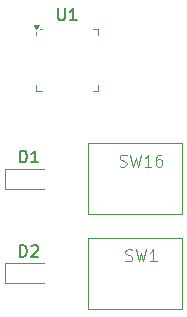
<source format=gbr>
%TF.GenerationSoftware,KiCad,Pcbnew,8.0.0*%
%TF.CreationDate,2024-03-06T12:54:27+05:00*%
%TF.ProjectId,keeb,6b656562-2e6b-4696-9361-645f70636258,rev?*%
%TF.SameCoordinates,Original*%
%TF.FileFunction,Legend,Top*%
%TF.FilePolarity,Positive*%
%FSLAX46Y46*%
G04 Gerber Fmt 4.6, Leading zero omitted, Abs format (unit mm)*
G04 Created by KiCad (PCBNEW 8.0.0) date 2024-03-06 12:54:27*
%MOMM*%
%LPD*%
G01*
G04 APERTURE LIST*
%ADD10C,0.100000*%
%ADD11C,0.150000*%
%ADD12C,0.120000*%
G04 APERTURE END LIST*
D10*
X167690476Y-63909800D02*
X167833333Y-63957419D01*
X167833333Y-63957419D02*
X168071428Y-63957419D01*
X168071428Y-63957419D02*
X168166666Y-63909800D01*
X168166666Y-63909800D02*
X168214285Y-63862180D01*
X168214285Y-63862180D02*
X168261904Y-63766942D01*
X168261904Y-63766942D02*
X168261904Y-63671704D01*
X168261904Y-63671704D02*
X168214285Y-63576466D01*
X168214285Y-63576466D02*
X168166666Y-63528847D01*
X168166666Y-63528847D02*
X168071428Y-63481228D01*
X168071428Y-63481228D02*
X167880952Y-63433609D01*
X167880952Y-63433609D02*
X167785714Y-63385990D01*
X167785714Y-63385990D02*
X167738095Y-63338371D01*
X167738095Y-63338371D02*
X167690476Y-63243133D01*
X167690476Y-63243133D02*
X167690476Y-63147895D01*
X167690476Y-63147895D02*
X167738095Y-63052657D01*
X167738095Y-63052657D02*
X167785714Y-63005038D01*
X167785714Y-63005038D02*
X167880952Y-62957419D01*
X167880952Y-62957419D02*
X168119047Y-62957419D01*
X168119047Y-62957419D02*
X168261904Y-63005038D01*
X168595238Y-62957419D02*
X168833333Y-63957419D01*
X168833333Y-63957419D02*
X169023809Y-63243133D01*
X169023809Y-63243133D02*
X169214285Y-63957419D01*
X169214285Y-63957419D02*
X169452381Y-62957419D01*
X170357142Y-63957419D02*
X169785714Y-63957419D01*
X170071428Y-63957419D02*
X170071428Y-62957419D01*
X170071428Y-62957419D02*
X169976190Y-63100276D01*
X169976190Y-63100276D02*
X169880952Y-63195514D01*
X169880952Y-63195514D02*
X169785714Y-63243133D01*
X171214285Y-62957419D02*
X171023809Y-62957419D01*
X171023809Y-62957419D02*
X170928571Y-63005038D01*
X170928571Y-63005038D02*
X170880952Y-63052657D01*
X170880952Y-63052657D02*
X170785714Y-63195514D01*
X170785714Y-63195514D02*
X170738095Y-63385990D01*
X170738095Y-63385990D02*
X170738095Y-63766942D01*
X170738095Y-63766942D02*
X170785714Y-63862180D01*
X170785714Y-63862180D02*
X170833333Y-63909800D01*
X170833333Y-63909800D02*
X170928571Y-63957419D01*
X170928571Y-63957419D02*
X171119047Y-63957419D01*
X171119047Y-63957419D02*
X171214285Y-63909800D01*
X171214285Y-63909800D02*
X171261904Y-63862180D01*
X171261904Y-63862180D02*
X171309523Y-63766942D01*
X171309523Y-63766942D02*
X171309523Y-63528847D01*
X171309523Y-63528847D02*
X171261904Y-63433609D01*
X171261904Y-63433609D02*
X171214285Y-63385990D01*
X171214285Y-63385990D02*
X171119047Y-63338371D01*
X171119047Y-63338371D02*
X170928571Y-63338371D01*
X170928571Y-63338371D02*
X170833333Y-63385990D01*
X170833333Y-63385990D02*
X170785714Y-63433609D01*
X170785714Y-63433609D02*
X170738095Y-63528847D01*
D11*
X159261905Y-71604819D02*
X159261905Y-70604819D01*
X159261905Y-70604819D02*
X159500000Y-70604819D01*
X159500000Y-70604819D02*
X159642857Y-70652438D01*
X159642857Y-70652438D02*
X159738095Y-70747676D01*
X159738095Y-70747676D02*
X159785714Y-70842914D01*
X159785714Y-70842914D02*
X159833333Y-71033390D01*
X159833333Y-71033390D02*
X159833333Y-71176247D01*
X159833333Y-71176247D02*
X159785714Y-71366723D01*
X159785714Y-71366723D02*
X159738095Y-71461961D01*
X159738095Y-71461961D02*
X159642857Y-71557200D01*
X159642857Y-71557200D02*
X159500000Y-71604819D01*
X159500000Y-71604819D02*
X159261905Y-71604819D01*
X160214286Y-70700057D02*
X160261905Y-70652438D01*
X160261905Y-70652438D02*
X160357143Y-70604819D01*
X160357143Y-70604819D02*
X160595238Y-70604819D01*
X160595238Y-70604819D02*
X160690476Y-70652438D01*
X160690476Y-70652438D02*
X160738095Y-70700057D01*
X160738095Y-70700057D02*
X160785714Y-70795295D01*
X160785714Y-70795295D02*
X160785714Y-70890533D01*
X160785714Y-70890533D02*
X160738095Y-71033390D01*
X160738095Y-71033390D02*
X160166667Y-71604819D01*
X160166667Y-71604819D02*
X160785714Y-71604819D01*
D10*
X168166667Y-71909800D02*
X168309524Y-71957419D01*
X168309524Y-71957419D02*
X168547619Y-71957419D01*
X168547619Y-71957419D02*
X168642857Y-71909800D01*
X168642857Y-71909800D02*
X168690476Y-71862180D01*
X168690476Y-71862180D02*
X168738095Y-71766942D01*
X168738095Y-71766942D02*
X168738095Y-71671704D01*
X168738095Y-71671704D02*
X168690476Y-71576466D01*
X168690476Y-71576466D02*
X168642857Y-71528847D01*
X168642857Y-71528847D02*
X168547619Y-71481228D01*
X168547619Y-71481228D02*
X168357143Y-71433609D01*
X168357143Y-71433609D02*
X168261905Y-71385990D01*
X168261905Y-71385990D02*
X168214286Y-71338371D01*
X168214286Y-71338371D02*
X168166667Y-71243133D01*
X168166667Y-71243133D02*
X168166667Y-71147895D01*
X168166667Y-71147895D02*
X168214286Y-71052657D01*
X168214286Y-71052657D02*
X168261905Y-71005038D01*
X168261905Y-71005038D02*
X168357143Y-70957419D01*
X168357143Y-70957419D02*
X168595238Y-70957419D01*
X168595238Y-70957419D02*
X168738095Y-71005038D01*
X169071429Y-70957419D02*
X169309524Y-71957419D01*
X169309524Y-71957419D02*
X169500000Y-71243133D01*
X169500000Y-71243133D02*
X169690476Y-71957419D01*
X169690476Y-71957419D02*
X169928572Y-70957419D01*
X170833333Y-71957419D02*
X170261905Y-71957419D01*
X170547619Y-71957419D02*
X170547619Y-70957419D01*
X170547619Y-70957419D02*
X170452381Y-71100276D01*
X170452381Y-71100276D02*
X170357143Y-71195514D01*
X170357143Y-71195514D02*
X170261905Y-71243133D01*
D11*
X162488095Y-50562319D02*
X162488095Y-51371842D01*
X162488095Y-51371842D02*
X162535714Y-51467080D01*
X162535714Y-51467080D02*
X162583333Y-51514700D01*
X162583333Y-51514700D02*
X162678571Y-51562319D01*
X162678571Y-51562319D02*
X162869047Y-51562319D01*
X162869047Y-51562319D02*
X162964285Y-51514700D01*
X162964285Y-51514700D02*
X163011904Y-51467080D01*
X163011904Y-51467080D02*
X163059523Y-51371842D01*
X163059523Y-51371842D02*
X163059523Y-50562319D01*
X164059523Y-51562319D02*
X163488095Y-51562319D01*
X163773809Y-51562319D02*
X163773809Y-50562319D01*
X163773809Y-50562319D02*
X163678571Y-50705176D01*
X163678571Y-50705176D02*
X163583333Y-50800414D01*
X163583333Y-50800414D02*
X163488095Y-50848033D01*
X159261905Y-63604819D02*
X159261905Y-62604819D01*
X159261905Y-62604819D02*
X159500000Y-62604819D01*
X159500000Y-62604819D02*
X159642857Y-62652438D01*
X159642857Y-62652438D02*
X159738095Y-62747676D01*
X159738095Y-62747676D02*
X159785714Y-62842914D01*
X159785714Y-62842914D02*
X159833333Y-63033390D01*
X159833333Y-63033390D02*
X159833333Y-63176247D01*
X159833333Y-63176247D02*
X159785714Y-63366723D01*
X159785714Y-63366723D02*
X159738095Y-63461961D01*
X159738095Y-63461961D02*
X159642857Y-63557200D01*
X159642857Y-63557200D02*
X159500000Y-63604819D01*
X159500000Y-63604819D02*
X159261905Y-63604819D01*
X160785714Y-63604819D02*
X160214286Y-63604819D01*
X160500000Y-63604819D02*
X160500000Y-62604819D01*
X160500000Y-62604819D02*
X160404762Y-62747676D01*
X160404762Y-62747676D02*
X160309524Y-62842914D01*
X160309524Y-62842914D02*
X160214286Y-62890533D01*
%TO.C,SW16*%
D10*
X165000000Y-62000000D02*
X173000000Y-62000000D01*
X173000000Y-68000000D01*
X165000000Y-68000000D01*
X165000000Y-62000000D01*
D12*
%TO.C,D2*%
X157990000Y-72150000D02*
X157990000Y-73850000D01*
X157990000Y-72150000D02*
X161250000Y-72150000D01*
X157990000Y-73850000D02*
X161250000Y-73850000D01*
%TO.C,SW1*%
D10*
X165000000Y-70000000D02*
X173000000Y-70000000D01*
X173000000Y-76000000D01*
X165000000Y-76000000D01*
X165000000Y-70000000D01*
D12*
%TO.C,U1*%
X160640000Y-52802500D02*
X160640000Y-52567500D01*
X160640000Y-57547500D02*
X160640000Y-57072500D01*
X161115000Y-52327500D02*
X160940000Y-52327500D01*
X161115000Y-57547500D02*
X160640000Y-57547500D01*
X165385000Y-52327500D02*
X165860000Y-52327500D01*
X165385000Y-57547500D02*
X165860000Y-57547500D01*
X165860000Y-52327500D02*
X165860000Y-52802500D01*
X165860000Y-57547500D02*
X165860000Y-57072500D01*
X160640000Y-52327500D02*
X160400000Y-51997500D01*
X160880000Y-51997500D01*
X160640000Y-52327500D01*
G36*
X160640000Y-52327500D02*
G01*
X160400000Y-51997500D01*
X160880000Y-51997500D01*
X160640000Y-52327500D01*
G37*
%TO.C,D1*%
X157990000Y-64150000D02*
X157990000Y-65850000D01*
X157990000Y-64150000D02*
X161250000Y-64150000D01*
X157990000Y-65850000D02*
X161250000Y-65850000D01*
%TD*%
M02*

</source>
